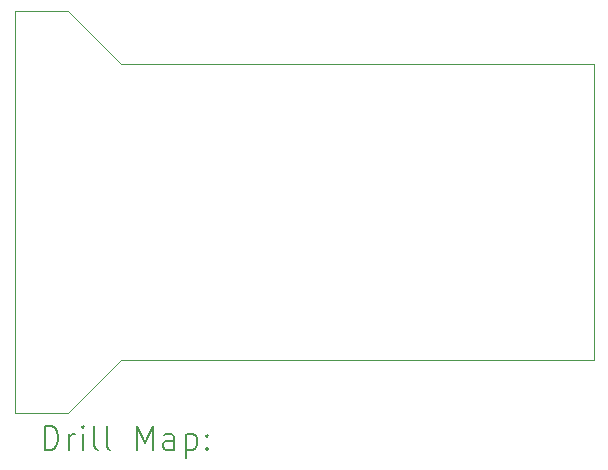
<source format=gbr>
%FSLAX45Y45*%
G04 Gerber Fmt 4.5, Leading zero omitted, Abs format (unit mm)*
G04 Created by KiCad (PCBNEW 6.0.1-79c1e3a40b~116~ubuntu21.04.1) date 2022-02-15 19:11:46*
%MOMM*%
%LPD*%
G01*
G04 APERTURE LIST*
%TA.AperFunction,Profile*%
%ADD10C,0.050000*%
%TD*%
%ADD11C,0.200000*%
G04 APERTURE END LIST*
D10*
X14414500Y-13123700D02*
X10414500Y-13123700D01*
X10414500Y-13123700D02*
X9964500Y-12673700D01*
X14414500Y-15623700D02*
X14414500Y-13123700D01*
X9964500Y-16073700D02*
X10414500Y-15623700D01*
X9514500Y-16073700D02*
X9914500Y-16073700D01*
X9964500Y-12673700D02*
X9514500Y-12673700D01*
X10414500Y-15623700D02*
X14414500Y-15623700D01*
X9914500Y-16073700D02*
X9964500Y-16073700D01*
X9514500Y-12673700D02*
X9514500Y-16073700D01*
D11*
X9769619Y-16386676D02*
X9769619Y-16186676D01*
X9817238Y-16186676D01*
X9845810Y-16196200D01*
X9864857Y-16215248D01*
X9874381Y-16234295D01*
X9883905Y-16272390D01*
X9883905Y-16300962D01*
X9874381Y-16339057D01*
X9864857Y-16358105D01*
X9845810Y-16377152D01*
X9817238Y-16386676D01*
X9769619Y-16386676D01*
X9969619Y-16386676D02*
X9969619Y-16253343D01*
X9969619Y-16291438D02*
X9979143Y-16272390D01*
X9988667Y-16262867D01*
X10007714Y-16253343D01*
X10026762Y-16253343D01*
X10093429Y-16386676D02*
X10093429Y-16253343D01*
X10093429Y-16186676D02*
X10083905Y-16196200D01*
X10093429Y-16205724D01*
X10102952Y-16196200D01*
X10093429Y-16186676D01*
X10093429Y-16205724D01*
X10217238Y-16386676D02*
X10198190Y-16377152D01*
X10188667Y-16358105D01*
X10188667Y-16186676D01*
X10322000Y-16386676D02*
X10302952Y-16377152D01*
X10293429Y-16358105D01*
X10293429Y-16186676D01*
X10550571Y-16386676D02*
X10550571Y-16186676D01*
X10617238Y-16329533D01*
X10683905Y-16186676D01*
X10683905Y-16386676D01*
X10864857Y-16386676D02*
X10864857Y-16281914D01*
X10855333Y-16262867D01*
X10836286Y-16253343D01*
X10798190Y-16253343D01*
X10779143Y-16262867D01*
X10864857Y-16377152D02*
X10845810Y-16386676D01*
X10798190Y-16386676D01*
X10779143Y-16377152D01*
X10769619Y-16358105D01*
X10769619Y-16339057D01*
X10779143Y-16320009D01*
X10798190Y-16310486D01*
X10845810Y-16310486D01*
X10864857Y-16300962D01*
X10960095Y-16253343D02*
X10960095Y-16453343D01*
X10960095Y-16262867D02*
X10979143Y-16253343D01*
X11017238Y-16253343D01*
X11036286Y-16262867D01*
X11045810Y-16272390D01*
X11055333Y-16291438D01*
X11055333Y-16348581D01*
X11045810Y-16367628D01*
X11036286Y-16377152D01*
X11017238Y-16386676D01*
X10979143Y-16386676D01*
X10960095Y-16377152D01*
X11141048Y-16367628D02*
X11150571Y-16377152D01*
X11141048Y-16386676D01*
X11131524Y-16377152D01*
X11141048Y-16367628D01*
X11141048Y-16386676D01*
X11141048Y-16262867D02*
X11150571Y-16272390D01*
X11141048Y-16281914D01*
X11131524Y-16272390D01*
X11141048Y-16262867D01*
X11141048Y-16281914D01*
M02*

</source>
